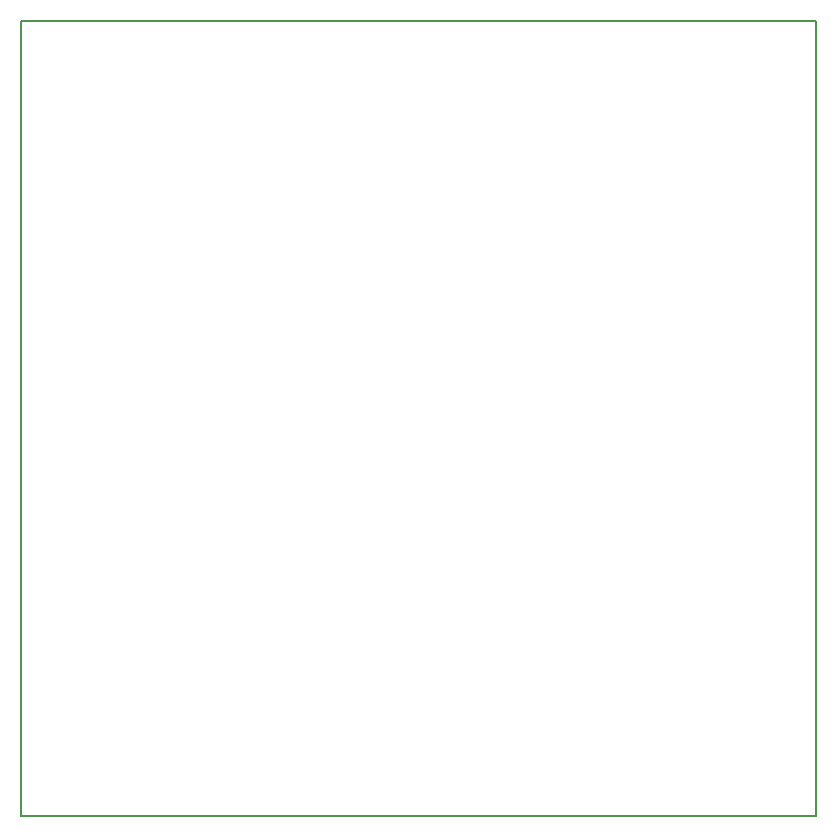
<source format=gbr>
G04 #@! TF.GenerationSoftware,KiCad,Pcbnew,5.0.2+dfsg1-1~bpo9+1*
G04 #@! TF.CreationDate,2019-07-05T17:02:56-03:00*
G04 #@! TF.ProjectId,FonteAssimetrica,466f6e74-6541-4737-9369-6d6574726963,rev?*
G04 #@! TF.SameCoordinates,PX196f3b0PY586a470*
G04 #@! TF.FileFunction,Profile,NP*
%FSLAX46Y46*%
G04 Gerber Fmt 4.6, Leading zero omitted, Abs format (unit mm)*
G04 Created by KiCad (PCBNEW 5.0.2+dfsg1-1~bpo9+1) date Fri 05 Jul 2019 05:02:56 PM -03*
%MOMM*%
%LPD*%
G01*
G04 APERTURE LIST*
%ADD10C,0.200000*%
G04 APERTURE END LIST*
D10*
X0Y0D02*
X0Y67310000D01*
X67310000Y0D02*
X0Y0D01*
X67310000Y67310000D02*
X67310000Y0D01*
X0Y67310000D02*
X67310000Y67310000D01*
M02*

</source>
